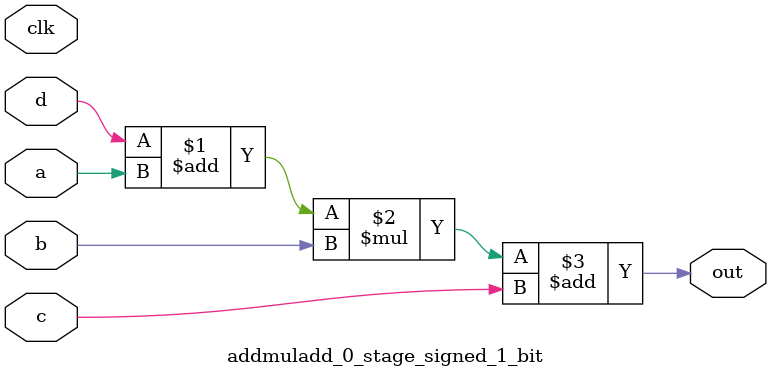
<source format=sv>
(* use_dsp = "yes" *) module addmuladd_0_stage_signed_1_bit(
	input signed [0:0] a,
	input signed [0:0] b,
	input signed [0:0] c,
	input signed [0:0] d,
	output [0:0] out,
	input clk);

	assign out = ((d + a) * b) + c;
endmodule

</source>
